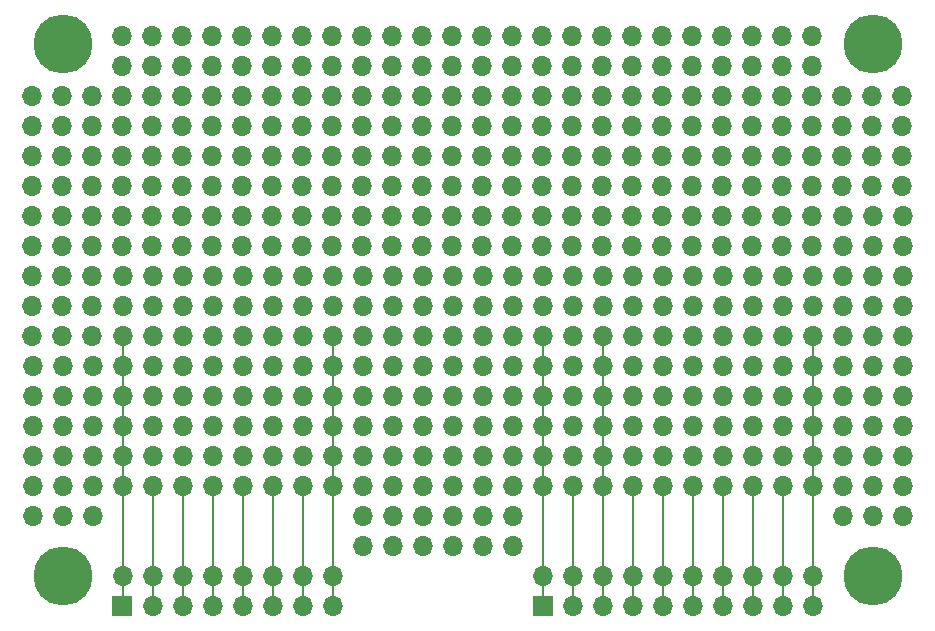
<source format=gbr>
%TF.GenerationSoftware,KiCad,Pcbnew,8.0.4*%
%TF.CreationDate,2024-10-07T01:35:34+03:00*%
%TF.ProjectId,Flipper Zero Protoboard max,466c6970-7065-4722-905a-65726f205072,rev?*%
%TF.SameCoordinates,Original*%
%TF.FileFunction,Copper,L1,Top*%
%TF.FilePolarity,Positive*%
%FSLAX46Y46*%
G04 Gerber Fmt 4.6, Leading zero omitted, Abs format (unit mm)*
G04 Created by KiCad (PCBNEW 8.0.4) date 2024-10-07 01:35:34*
%MOMM*%
%LPD*%
G01*
G04 APERTURE LIST*
%TA.AperFunction,ComponentPad*%
%ADD10R,1.700000X1.700000*%
%TD*%
%TA.AperFunction,ComponentPad*%
%ADD11O,1.700000X1.700000*%
%TD*%
%TA.AperFunction,ComponentPad*%
%ADD12O,5.000000X5.000000*%
%TD*%
%TA.AperFunction,Conductor*%
%ADD13C,0.200000*%
%TD*%
G04 APERTURE END LIST*
D10*
%TO.P,REF\u002A\u002A,1*%
%TO.N,N/C*%
X79805000Y-105390000D03*
D11*
%TO.P,REF\u002A\u002A,2*%
X82345000Y-105390000D03*
%TO.P,REF\u002A\u002A,3*%
X84885000Y-105390000D03*
%TO.P,REF\u002A\u002A,4*%
X87425000Y-105390000D03*
%TO.P,REF\u002A\u002A,5*%
X89965000Y-105390000D03*
%TO.P,REF\u002A\u002A,6*%
X92505000Y-105390000D03*
%TO.P,REF\u002A\u002A,7*%
X95045000Y-105390000D03*
%TO.P,REF\u002A\u002A,8*%
X97585000Y-105390000D03*
%TO.P,REF\u002A\u002A,9*%
X100125000Y-105390000D03*
%TO.P,REF\u002A\u002A,10*%
X102665000Y-105390000D03*
%TD*%
D10*
%TO.P,REF\u002A\u002A,1*%
%TO.N,N/C*%
X44240000Y-105390000D03*
D11*
%TO.P,REF\u002A\u002A,2*%
X46785000Y-105390000D03*
%TO.P,REF\u002A\u002A,3*%
X49325000Y-105390000D03*
%TO.P,REF\u002A\u002A,4*%
X51865000Y-105390000D03*
%TO.P,REF\u002A\u002A,5*%
X54405000Y-105390000D03*
%TO.P,REF\u002A\u002A,6*%
X56945000Y-105390000D03*
%TO.P,REF\u002A\u002A,7*%
X59485000Y-105390000D03*
%TO.P,REF\u002A\u002A,8*%
X62025000Y-105390000D03*
%TD*%
%TO.P,REF\u002A\u002A1,1*%
%TO.N,N/C*%
X46770000Y-57150000D03*
%TD*%
%TO.P,REF\u002A\u002A14,1*%
%TO.N,N/C*%
X79790000Y-57150000D03*
%TD*%
%TO.P,REF\u002A\u002A21,1*%
%TO.N,N/C*%
X97570000Y-57150000D03*
%TD*%
%TO.P,REF\u002A\u002A8,1*%
%TO.N,N/C*%
X64550000Y-57150000D03*
%TD*%
%TO.P,REF\u002A\u002A11,1*%
%TO.N,N/C*%
X72170000Y-57150000D03*
%TD*%
%TO.P,REF\u002A\u002A13,1*%
%TO.N,N/C*%
X77250000Y-57150000D03*
%TD*%
%TO.P,REF\u002A\u002A9,1*%
%TO.N,N/C*%
X67090000Y-57150000D03*
%TD*%
%TO.P,REF\u002A\u002A3,1*%
%TO.N,N/C*%
X51850000Y-57150000D03*
%TD*%
%TO.P,REF\u002A\u002A19,1*%
%TO.N,N/C*%
X92490000Y-57150000D03*
%TD*%
%TO.P,REF\u002A\u002A20,1*%
%TO.N,N/C*%
X95030000Y-57150000D03*
%TD*%
%TO.P,REF\u002A\u002A22,1*%
%TO.N,N/C*%
X100110000Y-57150000D03*
%TD*%
%TO.P,REF\u002A\u002A12,1*%
%TO.N,N/C*%
X74710000Y-57150000D03*
%TD*%
%TO.P,REF\u002A\u002A18,1*%
%TO.N,N/C*%
X89950000Y-57150000D03*
%TD*%
%TO.P,REF\u002A\u002A4,1*%
%TO.N,N/C*%
X54390000Y-57150000D03*
%TD*%
%TO.P,REF\u002A\u002A7,1*%
%TO.N,N/C*%
X62010000Y-57150000D03*
%TD*%
%TO.P,REF\u002A\u002A2,1*%
%TO.N,N/C*%
X49310000Y-57150000D03*
%TD*%
%TO.P,REF\u002A\u002A16,1*%
%TO.N,N/C*%
X84870000Y-57150000D03*
%TD*%
%TO.P,REF\u002A\u002A6,1*%
%TO.N,N/C*%
X59470000Y-57150000D03*
%TD*%
%TO.P,REF\u002A\u002A17,1*%
%TO.N,N/C*%
X87410000Y-57150000D03*
%TD*%
%TO.P,REF\u002A\u002A15,1*%
%TO.N,N/C*%
X82330000Y-57150000D03*
%TD*%
%TO.P,REF\u002A\u002A10,1*%
%TO.N,N/C*%
X69630000Y-57150000D03*
%TD*%
%TO.P,REF\u002A\u002A5,1*%
%TO.N,N/C*%
X56930000Y-57150000D03*
%TD*%
%TO.P,REF\u002A\u002A,1*%
%TO.N,N/C*%
X44230000Y-57150000D03*
%TD*%
%TO.P,REF\u002A\u002A1,1*%
%TO.N,N/C*%
X46770000Y-59690000D03*
%TD*%
%TO.P,REF\u002A\u002A11,1*%
%TO.N,N/C*%
X72170000Y-59690000D03*
%TD*%
%TO.P,REF\u002A\u002A23,1*%
%TO.N,N/C*%
X102650000Y-57150000D03*
%TD*%
%TO.P,REF\u002A\u002A14,1*%
%TO.N,N/C*%
X79790000Y-59690000D03*
%TD*%
%TO.P,REF\u002A\u002A10,1*%
%TO.N,N/C*%
X69630000Y-59690000D03*
%TD*%
%TO.P,REF\u002A\u002A7,1*%
%TO.N,N/C*%
X62010000Y-59690000D03*
%TD*%
%TO.P,REF\u002A\u002A21,1*%
%TO.N,N/C*%
X97570000Y-59690000D03*
%TD*%
%TO.P,REF\u002A\u002A8,1*%
%TO.N,N/C*%
X64550000Y-59690000D03*
%TD*%
%TO.P,REF\u002A\u002A13,1*%
%TO.N,N/C*%
X77250000Y-59690000D03*
%TD*%
%TO.P,REF\u002A\u002A9,1*%
%TO.N,N/C*%
X67090000Y-59690000D03*
%TD*%
%TO.P,REF\u002A\u002A12,1*%
%TO.N,N/C*%
X74710000Y-59690000D03*
%TD*%
%TO.P,REF\u002A\u002A20,1*%
%TO.N,N/C*%
X95030000Y-59690000D03*
%TD*%
%TO.P,REF\u002A\u002A3,1*%
%TO.N,N/C*%
X51850000Y-59690000D03*
%TD*%
%TO.P,REF\u002A\u002A19,1*%
%TO.N,N/C*%
X92490000Y-59690000D03*
%TD*%
%TO.P,REF\u002A\u002A22,1*%
%TO.N,N/C*%
X100110000Y-59690000D03*
%TD*%
%TO.P,REF\u002A\u002A16,1*%
%TO.N,N/C*%
X84870000Y-59690000D03*
%TD*%
%TO.P,REF\u002A\u002A15,1*%
%TO.N,N/C*%
X82330000Y-59690000D03*
%TD*%
%TO.P,REF\u002A\u002A5,1*%
%TO.N,N/C*%
X56930000Y-59690000D03*
%TD*%
%TO.P,REF\u002A\u002A6,1*%
%TO.N,N/C*%
X59470000Y-59690000D03*
%TD*%
%TO.P,REF\u002A\u002A17,1*%
%TO.N,N/C*%
X87410000Y-59690000D03*
%TD*%
%TO.P,REF\u002A\u002A2,1*%
%TO.N,N/C*%
X49310000Y-59690000D03*
%TD*%
%TO.P,REF\u002A\u002A4,1*%
%TO.N,N/C*%
X54390000Y-59690000D03*
%TD*%
%TO.P,REF\u002A\u002A23,1*%
%TO.N,N/C*%
X102650000Y-59690000D03*
%TD*%
%TO.P,REF\u002A\u002A,1*%
%TO.N,N/C*%
X44230000Y-59690000D03*
%TD*%
%TO.P,REF\u002A\u002A18,1*%
%TO.N,N/C*%
X89950000Y-59690000D03*
%TD*%
%TO.P,REF\u002A\u002A1,1*%
%TO.N,N/C*%
X39145000Y-62230000D03*
%TD*%
%TO.P,REF\u002A\u002A,1*%
%TO.N,N/C*%
X36605000Y-62230000D03*
%TD*%
%TO.P,REF\u002A\u002A2,1*%
%TO.N,N/C*%
X41685000Y-62230000D03*
%TD*%
%TO.P,REF\u002A\u002A14,1*%
%TO.N,N/C*%
X79790000Y-62230000D03*
%TD*%
%TO.P,REF\u002A\u002A,1*%
%TO.N,N/C*%
X105195000Y-62240000D03*
%TD*%
%TO.P,REF\u002A\u002A7,1*%
%TO.N,N/C*%
X62010000Y-62230000D03*
%TD*%
%TO.P,REF\u002A\u002A10,1*%
%TO.N,N/C*%
X69630000Y-62230000D03*
%TD*%
%TO.P,REF\u002A\u002A1,1*%
%TO.N,N/C*%
X46770000Y-62230000D03*
%TD*%
%TO.P,REF\u002A\u002A11,1*%
%TO.N,N/C*%
X72170000Y-62230000D03*
%TD*%
%TO.P,REF\u002A\u002A2,1*%
%TO.N,N/C*%
X110275000Y-62240000D03*
%TD*%
%TO.P,REF\u002A\u002A21,1*%
%TO.N,N/C*%
X97570000Y-62230000D03*
%TD*%
%TO.P,REF\u002A\u002A8,1*%
%TO.N,N/C*%
X64550000Y-62230000D03*
%TD*%
%TO.P,REF\u002A\u002A17,1*%
%TO.N,N/C*%
X87410000Y-62230000D03*
%TD*%
%TO.P,REF\u002A\u002A22,1*%
%TO.N,N/C*%
X100110000Y-62230000D03*
%TD*%
%TO.P,REF\u002A\u002A23,1*%
%TO.N,N/C*%
X102650000Y-62230000D03*
%TD*%
%TO.P,REF\u002A\u002A16,1*%
%TO.N,N/C*%
X84870000Y-62230000D03*
%TD*%
%TO.P,REF\u002A\u002A12,1*%
%TO.N,N/C*%
X74710000Y-62230000D03*
%TD*%
%TO.P,REF\u002A\u002A20,1*%
%TO.N,N/C*%
X95030000Y-62230000D03*
%TD*%
%TO.P,REF\u002A\u002A5,1*%
%TO.N,N/C*%
X56930000Y-62230000D03*
%TD*%
%TO.P,REF\u002A\u002A19,1*%
%TO.N,N/C*%
X92490000Y-62230000D03*
%TD*%
%TO.P,REF\u002A\u002A1,1*%
%TO.N,N/C*%
X107740000Y-64780000D03*
%TD*%
%TO.P,REF\u002A\u002A4,1*%
%TO.N,N/C*%
X54390000Y-62230000D03*
%TD*%
%TO.P,REF\u002A\u002A2,1*%
%TO.N,N/C*%
X110280000Y-64780000D03*
%TD*%
%TO.P,REF\u002A\u002A9,1*%
%TO.N,N/C*%
X67090000Y-62230000D03*
%TD*%
%TO.P,REF\u002A\u002A3,1*%
%TO.N,N/C*%
X51850000Y-62230000D03*
%TD*%
%TO.P,REF\u002A\u002A6,1*%
%TO.N,N/C*%
X59470000Y-62230000D03*
%TD*%
%TO.P,REF\u002A\u002A1,1*%
%TO.N,N/C*%
X107735000Y-62240000D03*
%TD*%
%TO.P,REF\u002A\u002A2,1*%
%TO.N,N/C*%
X49310000Y-62230000D03*
%TD*%
%TO.P,REF\u002A\u002A15,1*%
%TO.N,N/C*%
X82330000Y-62230000D03*
%TD*%
%TO.P,REF\u002A\u002A13,1*%
%TO.N,N/C*%
X77250000Y-62230000D03*
%TD*%
%TO.P,REF\u002A\u002A1,1*%
%TO.N,N/C*%
X39150000Y-64770000D03*
%TD*%
%TO.P,REF\u002A\u002A,1*%
%TO.N,N/C*%
X36610000Y-64770000D03*
%TD*%
%TO.P,REF\u002A\u002A18,1*%
%TO.N,N/C*%
X89950000Y-62230000D03*
%TD*%
%TO.P,REF\u002A\u002A1,1*%
%TO.N,N/C*%
X46775000Y-64770000D03*
%TD*%
%TO.P,REF\u002A\u002A,1*%
%TO.N,N/C*%
X105200000Y-64780000D03*
%TD*%
%TO.P,REF\u002A\u002A14,1*%
%TO.N,N/C*%
X79795000Y-64770000D03*
%TD*%
%TO.P,REF\u002A\u002A21,1*%
%TO.N,N/C*%
X97575000Y-64770000D03*
%TD*%
%TO.P,REF\u002A\u002A8,1*%
%TO.N,N/C*%
X64555000Y-64770000D03*
%TD*%
%TO.P,REF\u002A\u002A11,1*%
%TO.N,N/C*%
X72175000Y-64770000D03*
%TD*%
%TO.P,REF\u002A\u002A13,1*%
%TO.N,N/C*%
X77255000Y-64770000D03*
%TD*%
%TO.P,REF\u002A\u002A9,1*%
%TO.N,N/C*%
X67095000Y-64770000D03*
%TD*%
%TO.P,REF\u002A\u002A3,1*%
%TO.N,N/C*%
X51855000Y-64770000D03*
%TD*%
%TO.P,REF\u002A\u002A19,1*%
%TO.N,N/C*%
X92495000Y-64770000D03*
%TD*%
%TO.P,REF\u002A\u002A20,1*%
%TO.N,N/C*%
X95035000Y-64770000D03*
%TD*%
%TO.P,REF\u002A\u002A22,1*%
%TO.N,N/C*%
X100115000Y-64770000D03*
%TD*%
%TO.P,REF\u002A\u002A12,1*%
%TO.N,N/C*%
X74715000Y-64770000D03*
%TD*%
%TO.P,REF\u002A\u002A18,1*%
%TO.N,N/C*%
X89955000Y-64770000D03*
%TD*%
%TO.P,REF\u002A\u002A4,1*%
%TO.N,N/C*%
X54395000Y-64770000D03*
%TD*%
%TO.P,REF\u002A\u002A7,1*%
%TO.N,N/C*%
X62015000Y-64770000D03*
%TD*%
%TO.P,REF\u002A\u002A,1*%
%TO.N,N/C*%
X44230000Y-62230000D03*
%TD*%
%TO.P,REF\u002A\u002A2,1*%
%TO.N,N/C*%
X41690000Y-64770000D03*
%TD*%
%TO.P,REF\u002A\u002A2,1*%
%TO.N,N/C*%
X49315000Y-64770000D03*
%TD*%
%TO.P,REF\u002A\u002A16,1*%
%TO.N,N/C*%
X84875000Y-64770000D03*
%TD*%
%TO.P,REF\u002A\u002A6,1*%
%TO.N,N/C*%
X59475000Y-64770000D03*
%TD*%
%TO.P,REF\u002A\u002A17,1*%
%TO.N,N/C*%
X87415000Y-64770000D03*
%TD*%
%TO.P,REF\u002A\u002A15,1*%
%TO.N,N/C*%
X82335000Y-64770000D03*
%TD*%
%TO.P,REF\u002A\u002A1,1*%
%TO.N,N/C*%
X39150000Y-67310000D03*
%TD*%
%TO.P,REF\u002A\u002A10,1*%
%TO.N,N/C*%
X69635000Y-64770000D03*
%TD*%
%TO.P,REF\u002A\u002A5,1*%
%TO.N,N/C*%
X56935000Y-64770000D03*
%TD*%
%TO.P,REF\u002A\u002A,1*%
%TO.N,N/C*%
X44235000Y-64770000D03*
%TD*%
%TO.P,REF\u002A\u002A,1*%
%TO.N,N/C*%
X36610000Y-67310000D03*
%TD*%
%TO.P,REF\u002A\u002A1,1*%
%TO.N,N/C*%
X46775000Y-67310000D03*
%TD*%
%TO.P,REF\u002A\u002A11,1*%
%TO.N,N/C*%
X72175000Y-67310000D03*
%TD*%
%TO.P,REF\u002A\u002A23,1*%
%TO.N,N/C*%
X102655000Y-64770000D03*
%TD*%
%TO.P,REF\u002A\u002A2,1*%
%TO.N,N/C*%
X41690000Y-67310000D03*
%TD*%
%TO.P,REF\u002A\u002A14,1*%
%TO.N,N/C*%
X79795000Y-67310000D03*
%TD*%
%TO.P,REF\u002A\u002A10,1*%
%TO.N,N/C*%
X69635000Y-67310000D03*
%TD*%
%TO.P,REF\u002A\u002A,1*%
%TO.N,N/C*%
X105200000Y-67320000D03*
%TD*%
%TO.P,REF\u002A\u002A7,1*%
%TO.N,N/C*%
X62015000Y-67310000D03*
%TD*%
%TO.P,REF\u002A\u002A2,1*%
%TO.N,N/C*%
X110280000Y-67320000D03*
%TD*%
%TO.P,REF\u002A\u002A21,1*%
%TO.N,N/C*%
X97575000Y-67310000D03*
%TD*%
%TO.P,REF\u002A\u002A8,1*%
%TO.N,N/C*%
X64555000Y-67310000D03*
%TD*%
%TO.P,REF\u002A\u002A13,1*%
%TO.N,N/C*%
X77255000Y-67310000D03*
%TD*%
%TO.P,REF\u002A\u002A1,1*%
%TO.N,N/C*%
X107740000Y-67320000D03*
%TD*%
%TO.P,REF\u002A\u002A9,1*%
%TO.N,N/C*%
X67095000Y-67310000D03*
%TD*%
%TO.P,REF\u002A\u002A12,1*%
%TO.N,N/C*%
X74715000Y-67310000D03*
%TD*%
%TO.P,REF\u002A\u002A20,1*%
%TO.N,N/C*%
X95035000Y-67310000D03*
%TD*%
%TO.P,REF\u002A\u002A3,1*%
%TO.N,N/C*%
X51855000Y-67310000D03*
%TD*%
%TO.P,REF\u002A\u002A19,1*%
%TO.N,N/C*%
X92495000Y-67310000D03*
%TD*%
%TO.P,REF\u002A\u002A22,1*%
%TO.N,N/C*%
X100115000Y-67310000D03*
%TD*%
%TO.P,REF\u002A\u002A16,1*%
%TO.N,N/C*%
X84875000Y-67310000D03*
%TD*%
%TO.P,REF\u002A\u002A15,1*%
%TO.N,N/C*%
X82335000Y-67310000D03*
%TD*%
%TO.P,REF\u002A\u002A5,1*%
%TO.N,N/C*%
X56935000Y-67310000D03*
%TD*%
%TO.P,REF\u002A\u002A6,1*%
%TO.N,N/C*%
X59475000Y-67310000D03*
%TD*%
%TO.P,REF\u002A\u002A17,1*%
%TO.N,N/C*%
X87415000Y-67310000D03*
%TD*%
%TO.P,REF\u002A\u002A2,1*%
%TO.N,N/C*%
X49315000Y-67310000D03*
%TD*%
%TO.P,REF\u002A\u002A4,1*%
%TO.N,N/C*%
X54395000Y-67310000D03*
%TD*%
%TO.P,REF\u002A\u002A23,1*%
%TO.N,N/C*%
X102655000Y-67310000D03*
%TD*%
%TO.P,REF\u002A\u002A,1*%
%TO.N,N/C*%
X44235000Y-67310000D03*
%TD*%
%TO.P,REF\u002A\u002A18,1*%
%TO.N,N/C*%
X89955000Y-67310000D03*
%TD*%
%TO.P,REF\u002A\u002A1,1*%
%TO.N,N/C*%
X39150000Y-69850000D03*
%TD*%
%TO.P,REF\u002A\u002A,1*%
%TO.N,N/C*%
X36610000Y-69850000D03*
%TD*%
%TO.P,REF\u002A\u002A1,1*%
%TO.N,N/C*%
X46775000Y-69850000D03*
%TD*%
%TO.P,REF\u002A\u002A11,1*%
%TO.N,N/C*%
X72175000Y-69850000D03*
%TD*%
%TO.P,REF\u002A\u002A2,1*%
%TO.N,N/C*%
X41690000Y-69850000D03*
%TD*%
%TO.P,REF\u002A\u002A14,1*%
%TO.N,N/C*%
X79795000Y-69850000D03*
%TD*%
%TO.P,REF\u002A\u002A10,1*%
%TO.N,N/C*%
X69635000Y-69850000D03*
%TD*%
%TO.P,REF\u002A\u002A,1*%
%TO.N,N/C*%
X105200000Y-69860000D03*
%TD*%
%TO.P,REF\u002A\u002A7,1*%
%TO.N,N/C*%
X62015000Y-69850000D03*
%TD*%
%TO.P,REF\u002A\u002A2,1*%
%TO.N,N/C*%
X110280000Y-69860000D03*
%TD*%
%TO.P,REF\u002A\u002A21,1*%
%TO.N,N/C*%
X97575000Y-69850000D03*
%TD*%
%TO.P,REF\u002A\u002A8,1*%
%TO.N,N/C*%
X64555000Y-69850000D03*
%TD*%
%TO.P,REF\u002A\u002A13,1*%
%TO.N,N/C*%
X77255000Y-69850000D03*
%TD*%
%TO.P,REF\u002A\u002A1,1*%
%TO.N,N/C*%
X107740000Y-69860000D03*
%TD*%
%TO.P,REF\u002A\u002A9,1*%
%TO.N,N/C*%
X67095000Y-69850000D03*
%TD*%
%TO.P,REF\u002A\u002A12,1*%
%TO.N,N/C*%
X74715000Y-69850000D03*
%TD*%
%TO.P,REF\u002A\u002A20,1*%
%TO.N,N/C*%
X95035000Y-69850000D03*
%TD*%
%TO.P,REF\u002A\u002A3,1*%
%TO.N,N/C*%
X51855000Y-69850000D03*
%TD*%
%TO.P,REF\u002A\u002A19,1*%
%TO.N,N/C*%
X92495000Y-69850000D03*
%TD*%
%TO.P,REF\u002A\u002A22,1*%
%TO.N,N/C*%
X100115000Y-69850000D03*
%TD*%
%TO.P,REF\u002A\u002A16,1*%
%TO.N,N/C*%
X84875000Y-69850000D03*
%TD*%
%TO.P,REF\u002A\u002A15,1*%
%TO.N,N/C*%
X82335000Y-69850000D03*
%TD*%
%TO.P,REF\u002A\u002A5,1*%
%TO.N,N/C*%
X56935000Y-69850000D03*
%TD*%
%TO.P,REF\u002A\u002A6,1*%
%TO.N,N/C*%
X59475000Y-69850000D03*
%TD*%
%TO.P,REF\u002A\u002A17,1*%
%TO.N,N/C*%
X87415000Y-69850000D03*
%TD*%
%TO.P,REF\u002A\u002A2,1*%
%TO.N,N/C*%
X49315000Y-69850000D03*
%TD*%
%TO.P,REF\u002A\u002A,1*%
%TO.N,N/C*%
X36615000Y-72390000D03*
%TD*%
%TO.P,REF\u002A\u002A1,1*%
%TO.N,N/C*%
X107745000Y-72400000D03*
%TD*%
%TO.P,REF\u002A\u002A2,1*%
%TO.N,N/C*%
X110285000Y-72400000D03*
%TD*%
%TO.P,REF\u002A\u002A1,1*%
%TO.N,N/C*%
X39155000Y-72390000D03*
%TD*%
%TO.P,REF\u002A\u002A4,1*%
%TO.N,N/C*%
X54395000Y-69850000D03*
%TD*%
%TO.P,REF\u002A\u002A23,1*%
%TO.N,N/C*%
X102655000Y-69850000D03*
%TD*%
%TO.P,REF\u002A\u002A,1*%
%TO.N,N/C*%
X44235000Y-69850000D03*
%TD*%
%TO.P,REF\u002A\u002A18,1*%
%TO.N,N/C*%
X89955000Y-69850000D03*
%TD*%
%TO.P,REF\u002A\u002A2,1*%
%TO.N,N/C*%
X41695000Y-72390000D03*
%TD*%
%TO.P,REF\u002A\u002A,1*%
%TO.N,N/C*%
X105205000Y-72400000D03*
%TD*%
%TO.P,REF\u002A\u002A14,1*%
%TO.N,N/C*%
X79800000Y-72390000D03*
%TD*%
%TO.P,REF\u002A\u002A21,1*%
%TO.N,N/C*%
X97580000Y-72390000D03*
%TD*%
%TO.P,REF\u002A\u002A1,1*%
%TO.N,N/C*%
X46780000Y-72390000D03*
%TD*%
%TO.P,REF\u002A\u002A7,1*%
%TO.N,N/C*%
X62020000Y-72390000D03*
%TD*%
%TO.P,REF\u002A\u002A8,1*%
%TO.N,N/C*%
X64560000Y-72390000D03*
%TD*%
%TO.P,REF\u002A\u002A11,1*%
%TO.N,N/C*%
X72180000Y-72390000D03*
%TD*%
%TO.P,REF\u002A\u002A13,1*%
%TO.N,N/C*%
X77260000Y-72390000D03*
%TD*%
%TO.P,REF\u002A\u002A10,1*%
%TO.N,N/C*%
X69640000Y-72390000D03*
%TD*%
%TO.P,REF\u002A\u002A9,1*%
%TO.N,N/C*%
X67100000Y-72390000D03*
%TD*%
%TO.P,REF\u002A\u002A3,1*%
%TO.N,N/C*%
X51860000Y-72390000D03*
%TD*%
%TO.P,REF\u002A\u002A19,1*%
%TO.N,N/C*%
X92500000Y-72390000D03*
%TD*%
%TO.P,REF\u002A\u002A16,1*%
%TO.N,N/C*%
X84880000Y-72390000D03*
%TD*%
%TO.P,REF\u002A\u002A15,1*%
%TO.N,N/C*%
X82340000Y-72390000D03*
%TD*%
%TO.P,REF\u002A\u002A22,1*%
%TO.N,N/C*%
X100120000Y-72390000D03*
%TD*%
%TO.P,REF\u002A\u002A12,1*%
%TO.N,N/C*%
X74720000Y-72390000D03*
%TD*%
%TO.P,REF\u002A\u002A20,1*%
%TO.N,N/C*%
X95040000Y-72390000D03*
%TD*%
%TO.P,REF\u002A\u002A23,1*%
%TO.N,N/C*%
X102660000Y-72390000D03*
%TD*%
%TO.P,REF\u002A\u002A6,1*%
%TO.N,N/C*%
X59480000Y-72390000D03*
%TD*%
%TO.P,REF\u002A\u002A5,1*%
%TO.N,N/C*%
X56940000Y-72390000D03*
%TD*%
%TO.P,REF\u002A\u002A18,1*%
%TO.N,N/C*%
X89960000Y-72390000D03*
%TD*%
%TO.P,REF\u002A\u002A17,1*%
%TO.N,N/C*%
X87420000Y-72390000D03*
%TD*%
%TO.P,REF\u002A\u002A,1*%
%TO.N,N/C*%
X44240000Y-72390000D03*
%TD*%
%TO.P,REF\u002A\u002A4,1*%
%TO.N,N/C*%
X54400000Y-72390000D03*
%TD*%
%TO.P,REF\u002A\u002A2,1*%
%TO.N,N/C*%
X49320000Y-72390000D03*
%TD*%
%TO.P,REF\u002A\u002A,1*%
%TO.N,N/C*%
X36615000Y-74930000D03*
%TD*%
%TO.P,REF\u002A\u002A1,1*%
%TO.N,N/C*%
X107745000Y-74940000D03*
%TD*%
%TO.P,REF\u002A\u002A2,1*%
%TO.N,N/C*%
X110285000Y-74940000D03*
%TD*%
%TO.P,REF\u002A\u002A1,1*%
%TO.N,N/C*%
X39155000Y-74930000D03*
%TD*%
%TO.P,REF\u002A\u002A2,1*%
%TO.N,N/C*%
X41695000Y-74930000D03*
%TD*%
%TO.P,REF\u002A\u002A,1*%
%TO.N,N/C*%
X105205000Y-74940000D03*
%TD*%
%TO.P,REF\u002A\u002A14,1*%
%TO.N,N/C*%
X79800000Y-74930000D03*
%TD*%
%TO.P,REF\u002A\u002A21,1*%
%TO.N,N/C*%
X97580000Y-74930000D03*
%TD*%
%TO.P,REF\u002A\u002A1,1*%
%TO.N,N/C*%
X46780000Y-74930000D03*
%TD*%
%TO.P,REF\u002A\u002A7,1*%
%TO.N,N/C*%
X62020000Y-74930000D03*
%TD*%
%TO.P,REF\u002A\u002A8,1*%
%TO.N,N/C*%
X64560000Y-74930000D03*
%TD*%
%TO.P,REF\u002A\u002A11,1*%
%TO.N,N/C*%
X72180000Y-74930000D03*
%TD*%
%TO.P,REF\u002A\u002A13,1*%
%TO.N,N/C*%
X77260000Y-74930000D03*
%TD*%
%TO.P,REF\u002A\u002A10,1*%
%TO.N,N/C*%
X69640000Y-74930000D03*
%TD*%
%TO.P,REF\u002A\u002A9,1*%
%TO.N,N/C*%
X67100000Y-74930000D03*
%TD*%
%TO.P,REF\u002A\u002A3,1*%
%TO.N,N/C*%
X51860000Y-74930000D03*
%TD*%
%TO.P,REF\u002A\u002A19,1*%
%TO.N,N/C*%
X92500000Y-74930000D03*
%TD*%
%TO.P,REF\u002A\u002A16,1*%
%TO.N,N/C*%
X84880000Y-74930000D03*
%TD*%
%TO.P,REF\u002A\u002A15,1*%
%TO.N,N/C*%
X82340000Y-74930000D03*
%TD*%
%TO.P,REF\u002A\u002A22,1*%
%TO.N,N/C*%
X100120000Y-74930000D03*
%TD*%
%TO.P,REF\u002A\u002A12,1*%
%TO.N,N/C*%
X74720000Y-74930000D03*
%TD*%
%TO.P,REF\u002A\u002A20,1*%
%TO.N,N/C*%
X95040000Y-74930000D03*
%TD*%
%TO.P,REF\u002A\u002A23,1*%
%TO.N,N/C*%
X102660000Y-74930000D03*
%TD*%
%TO.P,REF\u002A\u002A6,1*%
%TO.N,N/C*%
X59480000Y-74930000D03*
%TD*%
%TO.P,REF\u002A\u002A5,1*%
%TO.N,N/C*%
X56940000Y-74930000D03*
%TD*%
%TO.P,REF\u002A\u002A18,1*%
%TO.N,N/C*%
X89960000Y-74930000D03*
%TD*%
%TO.P,REF\u002A\u002A17,1*%
%TO.N,N/C*%
X87420000Y-74930000D03*
%TD*%
%TO.P,REF\u002A\u002A,1*%
%TO.N,N/C*%
X44240000Y-74930000D03*
%TD*%
%TO.P,REF\u002A\u002A4,1*%
%TO.N,N/C*%
X54400000Y-74930000D03*
%TD*%
%TO.P,REF\u002A\u002A2,1*%
%TO.N,N/C*%
X49320000Y-74930000D03*
%TD*%
%TO.P,REF\u002A\u002A2,1*%
%TO.N,N/C*%
X41700000Y-77470000D03*
%TD*%
%TO.P,REF\u002A\u002A1,1*%
%TO.N,N/C*%
X39160000Y-77470000D03*
%TD*%
%TO.P,REF\u002A\u002A,1*%
%TO.N,N/C*%
X36620000Y-77470000D03*
%TD*%
%TO.P,REF\u002A\u002A1,1*%
%TO.N,N/C*%
X39160000Y-80010000D03*
%TD*%
%TO.P,REF\u002A\u002A,1*%
%TO.N,N/C*%
X36620000Y-80010000D03*
%TD*%
%TO.P,REF\u002A\u002A1,1*%
%TO.N,N/C*%
X39160000Y-82550000D03*
%TD*%
%TO.P,REF\u002A\u002A2,1*%
%TO.N,N/C*%
X41700000Y-80010000D03*
%TD*%
%TO.P,REF\u002A\u002A2,1*%
%TO.N,N/C*%
X41700000Y-82550000D03*
%TD*%
%TO.P,REF\u002A\u002A,1*%
%TO.N,N/C*%
X36620000Y-82550000D03*
%TD*%
%TO.P,REF\u002A\u002A2,1*%
%TO.N,N/C*%
X110290000Y-77480000D03*
%TD*%
%TO.P,REF\u002A\u002A1,1*%
%TO.N,N/C*%
X107750000Y-77480000D03*
%TD*%
%TO.P,REF\u002A\u002A,1*%
%TO.N,N/C*%
X105210000Y-77480000D03*
%TD*%
%TO.P,REF\u002A\u002A1,1*%
%TO.N,N/C*%
X107750000Y-80020000D03*
%TD*%
%TO.P,REF\u002A\u002A,1*%
%TO.N,N/C*%
X105210000Y-80020000D03*
%TD*%
%TO.P,REF\u002A\u002A1,1*%
%TO.N,N/C*%
X107750000Y-82560000D03*
%TD*%
%TO.P,REF\u002A\u002A2,1*%
%TO.N,N/C*%
X110290000Y-80020000D03*
%TD*%
%TO.P,REF\u002A\u002A2,1*%
%TO.N,N/C*%
X110290000Y-82560000D03*
%TD*%
%TO.P,REF\u002A\u002A,1*%
%TO.N,N/C*%
X105210000Y-82560000D03*
%TD*%
D12*
%TO.P,,1*%
%TO.N,N/C*%
X39165000Y-57840000D03*
%TD*%
%TO.P,,1*%
%TO.N,N/C*%
X39165000Y-102850000D03*
%TD*%
D11*
%TO.P,REF\u002A\u002A14,1*%
%TO.N,N/C*%
X79805000Y-77470000D03*
%TD*%
%TO.P,REF\u002A\u002A15,1*%
%TO.N,N/C*%
X82345000Y-77470000D03*
%TD*%
%TO.P,REF\u002A\u002A21,1*%
%TO.N,N/C*%
X97585000Y-77470000D03*
%TD*%
%TO.P,REF\u002A\u002A22,1*%
%TO.N,N/C*%
X100125000Y-77470000D03*
%TD*%
%TO.P,REF\u002A\u002A1,1*%
%TO.N,N/C*%
X46785000Y-77470000D03*
%TD*%
%TO.P,REF\u002A\u002A12,1*%
%TO.N,N/C*%
X74725000Y-77470000D03*
%TD*%
%TO.P,REF\u002A\u002A7,1*%
%TO.N,N/C*%
X62025000Y-77470000D03*
%TD*%
%TO.P,REF\u002A\u002A8,1*%
%TO.N,N/C*%
X64565000Y-77470000D03*
%TD*%
%TO.P,REF\u002A\u002A20,1*%
%TO.N,N/C*%
X95045000Y-77470000D03*
%TD*%
%TO.P,REF\u002A\u002A11,1*%
%TO.N,N/C*%
X72185000Y-77470000D03*
%TD*%
%TO.P,REF\u002A\u002A23,1*%
%TO.N,N/C*%
X102665000Y-77470000D03*
%TD*%
%TO.P,REF\u002A\u002A13,1*%
%TO.N,N/C*%
X77265000Y-77470000D03*
%TD*%
%TO.P,REF\u002A\u002A10,1*%
%TO.N,N/C*%
X69645000Y-77470000D03*
%TD*%
%TO.P,REF\u002A\u002A9,1*%
%TO.N,N/C*%
X67105000Y-77470000D03*
%TD*%
%TO.P,REF\u002A\u002A3,1*%
%TO.N,N/C*%
X51865000Y-77470000D03*
%TD*%
%TO.P,REF\u002A\u002A19,1*%
%TO.N,N/C*%
X92505000Y-77470000D03*
%TD*%
%TO.P,REF\u002A\u002A16,1*%
%TO.N,N/C*%
X84885000Y-77470000D03*
%TD*%
%TO.P,REF\u002A\u002A13,1*%
%TO.N,N/C*%
X77265000Y-80010000D03*
%TD*%
%TO.P,REF\u002A\u002A8,1*%
%TO.N,N/C*%
X64565000Y-80010000D03*
%TD*%
%TO.P,REF\u002A\u002A22,1*%
%TO.N,N/C*%
X100125000Y-80010000D03*
%TD*%
%TO.P,REF\u002A\u002A4,1*%
%TO.N,N/C*%
X54405000Y-80010000D03*
%TD*%
%TO.P,REF\u002A\u002A1,1*%
%TO.N,N/C*%
X46785000Y-80010000D03*
%TD*%
%TO.P,REF\u002A\u002A6,1*%
%TO.N,N/C*%
X59485000Y-80010000D03*
%TD*%
%TO.P,REF\u002A\u002A20,1*%
%TO.N,N/C*%
X95045000Y-80010000D03*
%TD*%
%TO.P,REF\u002A\u002A18,1*%
%TO.N,N/C*%
X89965000Y-80010000D03*
%TD*%
%TO.P,REF\u002A\u002A11,1*%
%TO.N,N/C*%
X72185000Y-80010000D03*
%TD*%
%TO.P,REF\u002A\u002A,1*%
%TO.N,N/C*%
X44245000Y-80010000D03*
%TD*%
%TO.P,REF\u002A\u002A7,1*%
%TO.N,N/C*%
X62025000Y-80010000D03*
%TD*%
%TO.P,REF\u002A\u002A10,1*%
%TO.N,N/C*%
X69645000Y-80010000D03*
%TD*%
%TO.P,REF\u002A\u002A5,1*%
%TO.N,N/C*%
X56945000Y-80010000D03*
%TD*%
%TO.P,REF\u002A\u002A17,1*%
%TO.N,N/C*%
X87425000Y-80010000D03*
%TD*%
%TO.P,REF\u002A\u002A3,1*%
%TO.N,N/C*%
X51865000Y-80010000D03*
%TD*%
%TO.P,REF\u002A\u002A2,1*%
%TO.N,N/C*%
X49325000Y-80010000D03*
%TD*%
%TO.P,REF\u002A\u002A9,1*%
%TO.N,N/C*%
X67105000Y-80010000D03*
%TD*%
%TO.P,REF\u002A\u002A14,1*%
%TO.N,N/C*%
X79805000Y-80010000D03*
%TD*%
%TO.P,REF\u002A\u002A15,1*%
%TO.N,N/C*%
X82345000Y-80010000D03*
%TD*%
%TO.P,REF\u002A\u002A21,1*%
%TO.N,N/C*%
X97585000Y-80010000D03*
%TD*%
%TO.P,REF\u002A\u002A4,1*%
%TO.N,N/C*%
X54405000Y-82550000D03*
%TD*%
%TO.P,REF\u002A\u002A,1*%
%TO.N,N/C*%
X44245000Y-82550000D03*
%TD*%
%TO.P,REF\u002A\u002A17,1*%
%TO.N,N/C*%
X87425000Y-82550000D03*
%TD*%
%TO.P,REF\u002A\u002A2,1*%
%TO.N,N/C*%
X49325000Y-82550000D03*
%TD*%
%TO.P,REF\u002A\u002A13,1*%
%TO.N,N/C*%
X77265000Y-82550000D03*
%TD*%
%TO.P,REF\u002A\u002A11,1*%
%TO.N,N/C*%
X72185000Y-82550000D03*
%TD*%
%TO.P,REF\u002A\u002A23,1*%
%TO.N,N/C*%
X102665000Y-82550000D03*
%TD*%
%TO.P,REF\u002A\u002A1,1*%
%TO.N,N/C*%
X46785000Y-82550000D03*
%TD*%
%TO.P,REF\u002A\u002A12,1*%
%TO.N,N/C*%
X74725000Y-80010000D03*
%TD*%
%TO.P,REF\u002A\u002A6,1*%
%TO.N,N/C*%
X59485000Y-82550000D03*
%TD*%
%TO.P,REF\u002A\u002A18,1*%
%TO.N,N/C*%
X89965000Y-82550000D03*
%TD*%
%TO.P,REF\u002A\u002A22,1*%
%TO.N,N/C*%
X100125000Y-82550000D03*
%TD*%
%TO.P,REF\u002A\u002A3,1*%
%TO.N,N/C*%
X51865000Y-82550000D03*
%TD*%
%TO.P,REF\u002A\u002A19,1*%
%TO.N,N/C*%
X92505000Y-80010000D03*
%TD*%
%TO.P,REF\u002A\u002A23,1*%
%TO.N,N/C*%
X102665000Y-80010000D03*
%TD*%
%TO.P,REF\u002A\u002A9,1*%
%TO.N,N/C*%
X67105000Y-82550000D03*
%TD*%
%TO.P,REF\u002A\u002A8,1*%
%TO.N,N/C*%
X64565000Y-82550000D03*
%TD*%
%TO.P,REF\u002A\u002A5,1*%
%TO.N,N/C*%
X56945000Y-82550000D03*
%TD*%
%TO.P,REF\u002A\u002A10,1*%
%TO.N,N/C*%
X69645000Y-82550000D03*
%TD*%
%TO.P,REF\u002A\u002A20,1*%
%TO.N,N/C*%
X95045000Y-82550000D03*
%TD*%
%TO.P,REF\u002A\u002A7,1*%
%TO.N,N/C*%
X62025000Y-82550000D03*
%TD*%
%TO.P,REF\u002A\u002A15,1*%
%TO.N,N/C*%
X82345000Y-82550000D03*
%TD*%
%TO.P,REF\u002A\u002A16,1*%
%TO.N,N/C*%
X84885000Y-80010000D03*
%TD*%
%TO.P,REF\u002A\u002A21,1*%
%TO.N,N/C*%
X97585000Y-82550000D03*
%TD*%
%TO.P,REF\u002A\u002A16,1*%
%TO.N,N/C*%
X84885000Y-82550000D03*
%TD*%
%TO.P,REF\u002A\u002A14,1*%
%TO.N,N/C*%
X79805000Y-82550000D03*
%TD*%
%TO.P,REF\u002A\u002A19,1*%
%TO.N,N/C*%
X92505000Y-82550000D03*
%TD*%
%TO.P,REF\u002A\u002A12,1*%
%TO.N,N/C*%
X74725000Y-82550000D03*
%TD*%
%TO.P,REF\u002A\u002A4,1*%
%TO.N,N/C*%
X54405000Y-77470000D03*
%TD*%
%TO.P,REF\u002A\u002A6,1*%
%TO.N,N/C*%
X59485000Y-77470000D03*
%TD*%
%TO.P,REF\u002A\u002A5,1*%
%TO.N,N/C*%
X56945000Y-77470000D03*
%TD*%
%TO.P,REF\u002A\u002A18,1*%
%TO.N,N/C*%
X89965000Y-77470000D03*
%TD*%
%TO.P,REF\u002A\u002A17,1*%
%TO.N,N/C*%
X87425000Y-77470000D03*
%TD*%
%TO.P,REF\u002A\u002A2,1*%
%TO.N,N/C*%
X49325000Y-77470000D03*
%TD*%
%TO.P,REF\u002A\u002A,1*%
%TO.N,N/C*%
X44245000Y-77470000D03*
%TD*%
%TO.P,REF\u002A\u002A22,1*%
%TO.N,N/C*%
X100125000Y-102850000D03*
%TD*%
%TO.P,REF\u002A\u002A21,1*%
%TO.N,N/C*%
X97585000Y-102850000D03*
%TD*%
%TO.P,REF\u002A\u002A20,1*%
%TO.N,N/C*%
X95045000Y-102850000D03*
%TD*%
%TO.P,REF\u002A\u002A19,1*%
%TO.N,N/C*%
X92505000Y-102850000D03*
%TD*%
%TO.P,REF\u002A\u002A18,1*%
%TO.N,N/C*%
X89965000Y-102850000D03*
%TD*%
%TO.P,REF\u002A\u002A17,1*%
%TO.N,N/C*%
X87425000Y-102850000D03*
%TD*%
%TO.P,REF\u002A\u002A16,1*%
%TO.N,N/C*%
X84885000Y-102850000D03*
%TD*%
%TO.P,REF\u002A\u002A9,1*%
%TO.N,N/C*%
X67105000Y-100330000D03*
%TD*%
%TO.P,REF\u002A\u002A8,1*%
%TO.N,N/C*%
X64565000Y-100330000D03*
%TD*%
%TO.P,REF\u002A\u002A3,1*%
%TO.N,N/C*%
X51865000Y-102850000D03*
%TD*%
%TO.P,REF\u002A\u002A4,1*%
%TO.N,N/C*%
X54405000Y-102850000D03*
%TD*%
%TO.P,REF\u002A\u002A14,1*%
%TO.N,N/C*%
X79805000Y-102850000D03*
%TD*%
%TO.P,REF\u002A\u002A2,1*%
%TO.N,N/C*%
X49325000Y-102850000D03*
%TD*%
%TO.P,REF\u002A\u002A13,1*%
%TO.N,N/C*%
X77265000Y-100330000D03*
%TD*%
%TO.P,REF\u002A\u002A7,1*%
%TO.N,N/C*%
X62025000Y-102850000D03*
%TD*%
%TO.P,REF\u002A\u002A6,1*%
%TO.N,N/C*%
X59485000Y-102850000D03*
%TD*%
%TO.P,REF\u002A\u002A12,1*%
%TO.N,N/C*%
X74725000Y-100330000D03*
%TD*%
%TO.P,REF\u002A\u002A10,1*%
%TO.N,N/C*%
X69645000Y-100330000D03*
%TD*%
%TO.P,REF\u002A\u002A11,1*%
%TO.N,N/C*%
X72185000Y-100330000D03*
%TD*%
%TO.P,REF\u002A\u002A1,1*%
%TO.N,N/C*%
X46785000Y-102850000D03*
%TD*%
%TO.P,REF\u002A\u002A15,1*%
%TO.N,N/C*%
X82345000Y-102850000D03*
%TD*%
%TO.P,REF\u002A\u002A5,1*%
%TO.N,N/C*%
X56945000Y-102850000D03*
%TD*%
%TO.P,REF\u002A\u002A10,1*%
%TO.N,N/C*%
X69645000Y-97790000D03*
%TD*%
%TO.P,REF\u002A\u002A11,1*%
%TO.N,N/C*%
X72185000Y-97790000D03*
%TD*%
%TO.P,REF\u002A\u002A13,1*%
%TO.N,N/C*%
X77265000Y-97790000D03*
%TD*%
%TO.P,REF\u002A\u002A9,1*%
%TO.N,N/C*%
X67105000Y-97790000D03*
%TD*%
%TO.P,REF\u002A\u002A8,1*%
%TO.N,N/C*%
X64565000Y-97790000D03*
%TD*%
%TO.P,REF\u002A\u002A12,1*%
%TO.N,N/C*%
X74725000Y-97790000D03*
%TD*%
%TO.P,REF\u002A\u002A23,1*%
%TO.N,N/C*%
X102665000Y-102850000D03*
%TD*%
%TO.P,REF\u002A\u002A6,1*%
%TO.N,N/C*%
X59485000Y-95250000D03*
%TD*%
%TO.P,REF\u002A\u002A1,1*%
%TO.N,N/C*%
X46785000Y-95250000D03*
%TD*%
%TO.P,REF\u002A\u002A5,1*%
%TO.N,N/C*%
X56945000Y-95250000D03*
%TD*%
%TO.P,REF\u002A\u002A,1*%
%TO.N,N/C*%
X44245000Y-95250000D03*
%TD*%
%TO.P,REF\u002A\u002A7,1*%
%TO.N,N/C*%
X62025000Y-95250000D03*
%TD*%
%TO.P,REF\u002A\u002A4,1*%
%TO.N,N/C*%
X54405000Y-95250000D03*
%TD*%
%TO.P,REF\u002A\u002A2,1*%
%TO.N,N/C*%
X49325000Y-95250000D03*
%TD*%
%TO.P,REF\u002A\u002A17,1*%
%TO.N,N/C*%
X87425000Y-95250000D03*
%TD*%
%TO.P,REF\u002A\u002A20,1*%
%TO.N,N/C*%
X95045000Y-95250000D03*
%TD*%
%TO.P,REF\u002A\u002A18,1*%
%TO.N,N/C*%
X89965000Y-95250000D03*
%TD*%
%TO.P,REF\u002A\u002A22,1*%
%TO.N,N/C*%
X100125000Y-95250000D03*
%TD*%
%TO.P,REF\u002A\u002A19,1*%
%TO.N,N/C*%
X92505000Y-95250000D03*
%TD*%
%TO.P,REF\u002A\u002A14,1*%
%TO.N,N/C*%
X79805000Y-95250000D03*
%TD*%
%TO.P,REF\u002A\u002A15,1*%
%TO.N,N/C*%
X82345000Y-95250000D03*
%TD*%
%TO.P,REF\u002A\u002A23,1*%
%TO.N,N/C*%
X102665000Y-95250000D03*
%TD*%
%TO.P,REF\u002A\u002A21,1*%
%TO.N,N/C*%
X97585000Y-95250000D03*
%TD*%
%TO.P,REF\u002A\u002A10,1*%
%TO.N,N/C*%
X69645000Y-95250000D03*
%TD*%
%TO.P,REF\u002A\u002A16,1*%
%TO.N,N/C*%
X84885000Y-95250000D03*
%TD*%
%TO.P,REF\u002A\u002A9,1*%
%TO.N,N/C*%
X67105000Y-95250000D03*
%TD*%
%TO.P,REF\u002A\u002A13,1*%
%TO.N,N/C*%
X77265000Y-95250000D03*
%TD*%
%TO.P,REF\u002A\u002A12,1*%
%TO.N,N/C*%
X74725000Y-95250000D03*
%TD*%
%TO.P,REF\u002A\u002A8,1*%
%TO.N,N/C*%
X64565000Y-95250000D03*
%TD*%
%TO.P,REF\u002A\u002A11,1*%
%TO.N,N/C*%
X72185000Y-95250000D03*
%TD*%
%TO.P,REF\u002A\u002A4,1*%
%TO.N,N/C*%
X54405000Y-85090000D03*
%TD*%
%TO.P,REF\u002A\u002A6,1*%
%TO.N,N/C*%
X59485000Y-85090000D03*
%TD*%
%TO.P,REF\u002A\u002A18,1*%
%TO.N,N/C*%
X89965000Y-85090000D03*
%TD*%
%TO.P,REF\u002A\u002A5,1*%
%TO.N,N/C*%
X56945000Y-85090000D03*
%TD*%
%TO.P,REF\u002A\u002A,1*%
%TO.N,N/C*%
X44245000Y-85090000D03*
%TD*%
%TO.P,REF\u002A\u002A17,1*%
%TO.N,N/C*%
X87425000Y-85090000D03*
%TD*%
%TO.P,REF\u002A\u002A2,1*%
%TO.N,N/C*%
X49325000Y-85090000D03*
%TD*%
%TO.P,REF\u002A\u002A22,1*%
%TO.N,N/C*%
X100125000Y-85090000D03*
%TD*%
%TO.P,REF\u002A\u002A1,1*%
%TO.N,N/C*%
X46785000Y-85090000D03*
%TD*%
%TO.P,REF\u002A\u002A7,1*%
%TO.N,N/C*%
X62025000Y-85090000D03*
%TD*%
%TO.P,REF\u002A\u002A20,1*%
%TO.N,N/C*%
X95045000Y-85090000D03*
%TD*%
%TO.P,REF\u002A\u002A10,1*%
%TO.N,N/C*%
X69645000Y-85090000D03*
%TD*%
%TO.P,REF\u002A\u002A9,1*%
%TO.N,N/C*%
X67105000Y-85090000D03*
%TD*%
%TO.P,REF\u002A\u002A13,1*%
%TO.N,N/C*%
X77265000Y-85090000D03*
%TD*%
%TO.P,REF\u002A\u002A,1*%
%TO.N,N/C*%
X36625000Y-85090000D03*
%TD*%
%TO.P,REF\u002A\u002A1,1*%
%TO.N,N/C*%
X39165000Y-85090000D03*
%TD*%
%TO.P,REF\u002A\u002A6,1*%
%TO.N,N/C*%
X59485000Y-87630000D03*
%TD*%
%TO.P,REF\u002A\u002A11,1*%
%TO.N,N/C*%
X72185000Y-85090000D03*
%TD*%
%TO.P,REF\u002A\u002A2,1*%
%TO.N,N/C*%
X110285000Y-85090000D03*
%TD*%
%TO.P,REF\u002A\u002A3,1*%
%TO.N,N/C*%
X51865000Y-85090000D03*
%TD*%
%TO.P,REF\u002A\u002A1,1*%
%TO.N,N/C*%
X107745000Y-85090000D03*
%TD*%
%TO.P,REF\u002A\u002A8,1*%
%TO.N,N/C*%
X64565000Y-85090000D03*
%TD*%
%TO.P,REF\u002A\u002A,1*%
%TO.N,N/C*%
X105205000Y-85090000D03*
%TD*%
%TO.P,REF\u002A\u002A1,1*%
%TO.N,N/C*%
X46785000Y-87630000D03*
%TD*%
%TO.P,REF\u002A\u002A23,1*%
%TO.N,N/C*%
X102665000Y-85090000D03*
%TD*%
%TO.P,REF\u002A\u002A19,1*%
%TO.N,N/C*%
X92505000Y-85090000D03*
%TD*%
%TO.P,REF\u002A\u002A14,1*%
%TO.N,N/C*%
X79805000Y-85090000D03*
%TD*%
%TO.P,REF\u002A\u002A15,1*%
%TO.N,N/C*%
X82345000Y-85090000D03*
%TD*%
%TO.P,REF\u002A\u002A21,1*%
%TO.N,N/C*%
X97585000Y-85090000D03*
%TD*%
%TO.P,REF\u002A\u002A16,1*%
%TO.N,N/C*%
X84885000Y-85090000D03*
%TD*%
%TO.P,REF\u002A\u002A12,1*%
%TO.N,N/C*%
X74725000Y-85090000D03*
%TD*%
%TO.P,REF\u002A\u002A2,1*%
%TO.N,N/C*%
X41705000Y-85090000D03*
%TD*%
%TO.P,REF\u002A\u002A17,1*%
%TO.N,N/C*%
X87425000Y-87630000D03*
%TD*%
%TO.P,REF\u002A\u002A2,1*%
%TO.N,N/C*%
X49325000Y-87630000D03*
%TD*%
%TO.P,REF\u002A\u002A16,1*%
%TO.N,N/C*%
X84885000Y-87630000D03*
%TD*%
%TO.P,REF\u002A\u002A12,1*%
%TO.N,N/C*%
X74725000Y-87630000D03*
%TD*%
%TO.P,REF\u002A\u002A19,1*%
%TO.N,N/C*%
X92505000Y-87630000D03*
%TD*%
%TO.P,REF\u002A\u002A21,1*%
%TO.N,N/C*%
X97585000Y-87630000D03*
%TD*%
%TO.P,REF\u002A\u002A13,1*%
%TO.N,N/C*%
X77265000Y-87630000D03*
%TD*%
%TO.P,REF\u002A\u002A18,1*%
%TO.N,N/C*%
X89965000Y-87630000D03*
%TD*%
%TO.P,REF\u002A\u002A23,1*%
%TO.N,N/C*%
X102665000Y-87630000D03*
%TD*%
%TO.P,REF\u002A\u002A14,1*%
%TO.N,N/C*%
X79805000Y-87630000D03*
%TD*%
%TO.P,REF\u002A\u002A10,1*%
%TO.N,N/C*%
X69645000Y-87630000D03*
%TD*%
%TO.P,REF\u002A\u002A,1*%
%TO.N,N/C*%
X44245000Y-87630000D03*
%TD*%
%TO.P,REF\u002A\u002A7,1*%
%TO.N,N/C*%
X62025000Y-87630000D03*
%TD*%
%TO.P,REF\u002A\u002A4,1*%
%TO.N,N/C*%
X54405000Y-87630000D03*
%TD*%
%TO.P,REF\u002A\u002A8,1*%
%TO.N,N/C*%
X64565000Y-87630000D03*
%TD*%
%TO.P,REF\u002A\u002A22,1*%
%TO.N,N/C*%
X100125000Y-87630000D03*
%TD*%
%TO.P,REF\u002A\u002A15,1*%
%TO.N,N/C*%
X82345000Y-87630000D03*
%TD*%
%TO.P,REF\u002A\u002A5,1*%
%TO.N,N/C*%
X56945000Y-87630000D03*
%TD*%
%TO.P,REF\u002A\u002A9,1*%
%TO.N,N/C*%
X67105000Y-87630000D03*
%TD*%
%TO.P,REF\u002A\u002A20,1*%
%TO.N,N/C*%
X95045000Y-87630000D03*
%TD*%
%TO.P,REF\u002A\u002A,1*%
%TO.N,N/C*%
X105205000Y-87630000D03*
%TD*%
%TO.P,REF\u002A\u002A2,1*%
%TO.N,N/C*%
X41705000Y-87630000D03*
%TD*%
%TO.P,REF\u002A\u002A1,1*%
%TO.N,N/C*%
X39165000Y-87630000D03*
%TD*%
%TO.P,REF\u002A\u002A7,1*%
%TO.N,N/C*%
X62025000Y-90170000D03*
%TD*%
%TO.P,REF\u002A\u002A3,1*%
%TO.N,N/C*%
X51865000Y-87630000D03*
%TD*%
%TO.P,REF\u002A\u002A1,1*%
%TO.N,N/C*%
X107745000Y-87630000D03*
%TD*%
%TO.P,REF\u002A\u002A19,1*%
%TO.N,N/C*%
X92505000Y-90170000D03*
%TD*%
%TO.P,REF\u002A\u002A6,1*%
%TO.N,N/C*%
X59485000Y-90170000D03*
%TD*%
%TO.P,REF\u002A\u002A5,1*%
%TO.N,N/C*%
X56945000Y-90170000D03*
%TD*%
%TO.P,REF\u002A\u002A1,1*%
%TO.N,N/C*%
X46785000Y-90170000D03*
%TD*%
%TO.P,REF\u002A\u002A20,1*%
%TO.N,N/C*%
X95045000Y-90170000D03*
%TD*%
%TO.P,REF\u002A\u002A22,1*%
%TO.N,N/C*%
X100125000Y-90170000D03*
%TD*%
%TO.P,REF\u002A\u002A,1*%
%TO.N,N/C*%
X44245000Y-90170000D03*
%TD*%
%TO.P,REF\u002A\u002A17,1*%
%TO.N,N/C*%
X87425000Y-90170000D03*
%TD*%
%TO.P,REF\u002A\u002A23,1*%
%TO.N,N/C*%
X102665000Y-90170000D03*
%TD*%
%TO.P,REF\u002A\u002A2,1*%
%TO.N,N/C*%
X49325000Y-90170000D03*
%TD*%
%TO.P,REF\u002A\u002A18,1*%
%TO.N,N/C*%
X89965000Y-90170000D03*
%TD*%
%TO.P,REF\u002A\u002A11,1*%
%TO.N,N/C*%
X72185000Y-87630000D03*
%TD*%
%TO.P,REF\u002A\u002A2,1*%
%TO.N,N/C*%
X110285000Y-87630000D03*
%TD*%
%TO.P,REF\u002A\u002A,1*%
%TO.N,N/C*%
X36625000Y-87630000D03*
%TD*%
%TO.P,REF\u002A\u002A14,1*%
%TO.N,N/C*%
X79805000Y-90170000D03*
%TD*%
%TO.P,REF\u002A\u002A4,1*%
%TO.N,N/C*%
X54405000Y-90170000D03*
%TD*%
%TO.P,REF\u002A\u002A15,1*%
%TO.N,N/C*%
X82345000Y-90170000D03*
%TD*%
%TO.P,REF\u002A\u002A13,1*%
%TO.N,N/C*%
X77265000Y-90170000D03*
%TD*%
%TO.P,REF\u002A\u002A,1*%
%TO.N,N/C*%
X44245000Y-92710000D03*
%TD*%
%TO.P,REF\u002A\u002A11,1*%
%TO.N,N/C*%
X72185000Y-90170000D03*
%TD*%
%TO.P,REF\u002A\u002A1,1*%
%TO.N,N/C*%
X107745000Y-90170000D03*
%TD*%
%TO.P,REF\u002A\u002A1,1*%
%TO.N,N/C*%
X46785000Y-92710000D03*
%TD*%
%TO.P,REF\u002A\u002A6,1*%
%TO.N,N/C*%
X59485000Y-92710000D03*
%TD*%
%TO.P,REF\u002A\u002A2,1*%
%TO.N,N/C*%
X110285000Y-90170000D03*
%TD*%
%TO.P,REF\u002A\u002A21,1*%
%TO.N,N/C*%
X97585000Y-90170000D03*
%TD*%
%TO.P,REF\u002A\u002A10,1*%
%TO.N,N/C*%
X69645000Y-90170000D03*
%TD*%
%TO.P,REF\u002A\u002A2,1*%
%TO.N,N/C*%
X41705000Y-90170000D03*
%TD*%
%TO.P,REF\u002A\u002A16,1*%
%TO.N,N/C*%
X84885000Y-90170000D03*
%TD*%
%TO.P,REF\u002A\u002A9,1*%
%TO.N,N/C*%
X67105000Y-90170000D03*
%TD*%
%TO.P,REF\u002A\u002A8,1*%
%TO.N,N/C*%
X64565000Y-90170000D03*
%TD*%
%TO.P,REF\u002A\u002A,1*%
%TO.N,N/C*%
X105205000Y-90170000D03*
%TD*%
%TO.P,REF\u002A\u002A3,1*%
%TO.N,N/C*%
X51865000Y-90170000D03*
%TD*%
%TO.P,REF\u002A\u002A,1*%
%TO.N,N/C*%
X36625000Y-90170000D03*
%TD*%
%TO.P,REF\u002A\u002A5,1*%
%TO.N,N/C*%
X56945000Y-92710000D03*
%TD*%
%TO.P,REF\u002A\u002A1,1*%
%TO.N,N/C*%
X39165000Y-90170000D03*
%TD*%
%TO.P,REF\u002A\u002A12,1*%
%TO.N,N/C*%
X74725000Y-90170000D03*
%TD*%
%TO.P,REF\u002A\u002A4,1*%
%TO.N,N/C*%
X54405000Y-92710000D03*
%TD*%
%TO.P,REF\u002A\u002A17,1*%
%TO.N,N/C*%
X87425000Y-92710000D03*
%TD*%
%TO.P,REF\u002A\u002A19,1*%
%TO.N,N/C*%
X92505000Y-92710000D03*
%TD*%
%TO.P,REF\u002A\u002A22,1*%
%TO.N,N/C*%
X100125000Y-92710000D03*
%TD*%
%TO.P,REF\u002A\u002A12,1*%
%TO.N,N/C*%
X74725000Y-92710000D03*
%TD*%
%TO.P,REF\u002A\u002A8,1*%
%TO.N,N/C*%
X64565000Y-92710000D03*
%TD*%
%TO.P,REF\u002A\u002A18,1*%
%TO.N,N/C*%
X89965000Y-92710000D03*
%TD*%
%TO.P,REF\u002A\u002A23,1*%
%TO.N,N/C*%
X102665000Y-92710000D03*
%TD*%
%TO.P,REF\u002A\u002A14,1*%
%TO.N,N/C*%
X79805000Y-92710000D03*
%TD*%
%TO.P,REF\u002A\u002A15,1*%
%TO.N,N/C*%
X82345000Y-92710000D03*
%TD*%
%TO.P,REF\u002A\u002A2,1*%
%TO.N,N/C*%
X110285000Y-92710000D03*
%TD*%
%TO.P,REF\u002A\u002A,1*%
%TO.N,N/C*%
X105205000Y-92710000D03*
%TD*%
%TO.P,REF\u002A\u002A16,1*%
%TO.N,N/C*%
X84885000Y-92710000D03*
%TD*%
%TO.P,REF\u002A\u002A13,1*%
%TO.N,N/C*%
X77265000Y-92710000D03*
%TD*%
%TO.P,REF\u002A\u002A10,1*%
%TO.N,N/C*%
X69645000Y-92710000D03*
%TD*%
%TO.P,REF\u002A\u002A11,1*%
%TO.N,N/C*%
X72185000Y-92710000D03*
%TD*%
%TO.P,REF\u002A\u002A2,1*%
%TO.N,N/C*%
X49325000Y-92710000D03*
%TD*%
%TO.P,REF\u002A\u002A7,1*%
%TO.N,N/C*%
X62025000Y-92710000D03*
%TD*%
%TO.P,REF\u002A\u002A9,1*%
%TO.N,N/C*%
X67105000Y-92710000D03*
%TD*%
%TO.P,REF\u002A\u002A20,1*%
%TO.N,N/C*%
X95045000Y-92710000D03*
%TD*%
%TO.P,REF\u002A\u002A21,1*%
%TO.N,N/C*%
X97585000Y-92710000D03*
%TD*%
%TO.P,REF\u002A\u002A,1*%
%TO.N,N/C*%
X36625000Y-92710000D03*
%TD*%
%TO.P,REF\u002A\u002A1,1*%
%TO.N,N/C*%
X39165000Y-92710000D03*
%TD*%
%TO.P,REF\u002A\u002A1,1*%
%TO.N,N/C*%
X107745000Y-92710000D03*
%TD*%
%TO.P,REF\u002A\u002A3,1*%
%TO.N,N/C*%
X51865000Y-92710000D03*
%TD*%
%TO.P,REF\u002A\u002A2,1*%
%TO.N,N/C*%
X110285000Y-97790000D03*
%TD*%
%TO.P,REF\u002A\u002A,1*%
%TO.N,N/C*%
X105205000Y-97790000D03*
%TD*%
%TO.P,REF\u002A\u002A2,1*%
%TO.N,N/C*%
X41705000Y-97790000D03*
%TD*%
%TO.P,REF\u002A\u002A,1*%
%TO.N,N/C*%
X105205000Y-95250000D03*
%TD*%
%TO.P,REF\u002A\u002A2,1*%
%TO.N,N/C*%
X110285000Y-95250000D03*
%TD*%
%TO.P,REF\u002A\u002A1,1*%
%TO.N,N/C*%
X107745000Y-97790000D03*
%TD*%
%TO.P,REF\u002A\u002A2,1*%
%TO.N,N/C*%
X41705000Y-95250000D03*
%TD*%
%TO.P,REF\u002A\u002A,1*%
%TO.N,N/C*%
X36625000Y-95250000D03*
%TD*%
%TO.P,REF\u002A\u002A2,1*%
%TO.N,N/C*%
X41705000Y-92710000D03*
%TD*%
%TO.P,REF\u002A\u002A,1*%
%TO.N,N/C*%
X36625000Y-97790000D03*
%TD*%
%TO.P,REF\u002A\u002A1,1*%
%TO.N,N/C*%
X39165000Y-95250000D03*
%TD*%
%TO.P,REF\u002A\u002A1,1*%
%TO.N,N/C*%
X39165000Y-97790000D03*
%TD*%
%TO.P,REF\u002A\u002A3,1*%
%TO.N,N/C*%
X51865000Y-95250000D03*
%TD*%
%TO.P,REF\u002A\u002A1,1*%
%TO.N,N/C*%
X107745000Y-95250000D03*
%TD*%
D12*
%TO.P,,1*%
%TO.N,N/C*%
X107745000Y-57840000D03*
%TD*%
D11*
%TO.P,REF\u002A\u002A,1*%
%TO.N,N/C*%
X44245000Y-102850000D03*
%TD*%
D12*
%TO.P,,1*%
%TO.N,N/C*%
X107745000Y-102850000D03*
%TD*%
D13*
%TO.N,*%
X102665000Y-87630000D02*
X102665000Y-82550000D01*
X84885000Y-87630000D02*
X84885000Y-82550000D01*
X79805000Y-87630000D02*
X79805000Y-82550000D01*
X62025000Y-87630000D02*
X62025000Y-82550000D01*
X44245000Y-87630000D02*
X44245000Y-82550000D01*
X97610000Y-105390000D02*
X97610000Y-95275000D01*
X95070000Y-105390000D02*
X95070000Y-95275000D01*
X102690000Y-105390000D02*
X102690000Y-87655000D01*
X100150000Y-105390000D02*
X100150000Y-95275000D01*
X95070000Y-95275000D02*
X95045000Y-95250000D01*
X102690000Y-87655000D02*
X102665000Y-87630000D01*
X97610000Y-95275000D02*
X97585000Y-95250000D01*
X100150000Y-95275000D02*
X100125000Y-95250000D01*
X49350000Y-105390000D02*
X49350000Y-95275000D01*
X56970000Y-105390000D02*
X56970000Y-95275000D01*
X46810000Y-95275000D02*
X46785000Y-95250000D01*
X82370000Y-105390000D02*
X82370000Y-95275000D01*
X49350000Y-95275000D02*
X49325000Y-95250000D01*
X89990000Y-95275000D02*
X89965000Y-95250000D01*
X89990000Y-105390000D02*
X89990000Y-95275000D01*
X84910000Y-87655000D02*
X84885000Y-87630000D01*
X87450000Y-95275000D02*
X87425000Y-95250000D01*
X54430000Y-95275000D02*
X54405000Y-95250000D01*
X82370000Y-95275000D02*
X82345000Y-95250000D01*
X79830000Y-87655000D02*
X79805000Y-87630000D01*
X62050000Y-105390000D02*
X62050000Y-87655000D01*
X51890000Y-95275000D02*
X51865000Y-95250000D01*
X44270000Y-102875000D02*
X44245000Y-102850000D01*
X87450000Y-105390000D02*
X87450000Y-95275000D01*
X56970000Y-95275000D02*
X56945000Y-95250000D01*
X84910000Y-105390000D02*
X84910000Y-87655000D01*
X79830000Y-105390000D02*
X79830000Y-87655000D01*
X62050000Y-87655000D02*
X62025000Y-87630000D01*
X44245000Y-102850000D02*
X44245000Y-87630000D01*
X46810000Y-105390000D02*
X46810000Y-95275000D01*
X44270000Y-105390000D02*
X44270000Y-102875000D01*
X54430000Y-105390000D02*
X54430000Y-95275000D01*
X51890000Y-105390000D02*
X51890000Y-95275000D01*
X92530000Y-95275000D02*
X92505000Y-95250000D01*
X92530000Y-105390000D02*
X92530000Y-95275000D01*
X59510000Y-95275000D02*
X59485000Y-95250000D01*
X59510000Y-105390000D02*
X59510000Y-95275000D01*
%TD*%
M02*

</source>
